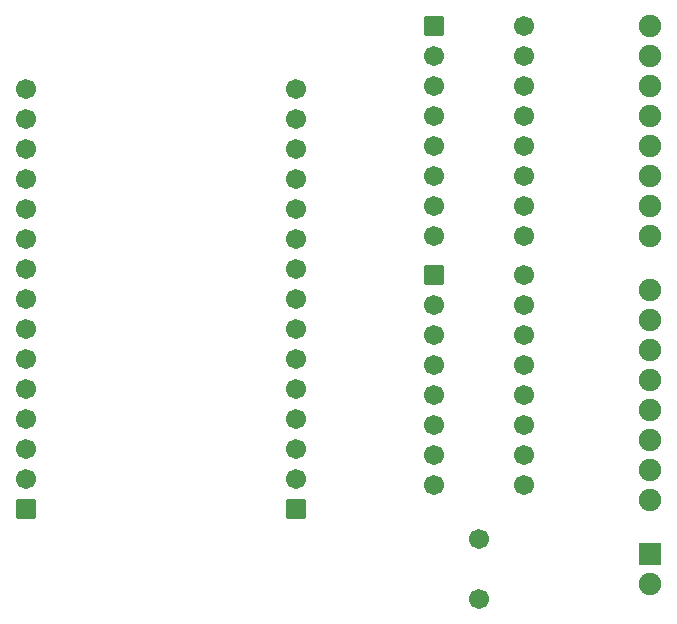
<source format=gts>
G04 Layer: TopSolderMaskLayer*
G04 EasyEDA Pro v2.2.35.2, 2025-01-23 15:21:14*
G04 Gerber Generator version 0.3*
G04 Scale: 100 percent, Rotated: No, Reflected: No*
G04 Dimensions in millimeters*
G04 Leading zeros omitted, absolute positions, 4 integers and 5 decimals*
%FSLAX45Y45*%
%MOMM*%
%AMRoundRect*1,1,$1,$2,$3*1,1,$1,$4,$5*1,1,$1,0-$2,0-$3*1,1,$1,0-$4,0-$5*20,1,$1,$2,$3,$4,$5,0*20,1,$1,$4,$5,0-$2,0-$3,0*20,1,$1,0-$2,0-$3,0-$4,0-$5,0*20,1,$1,0-$4,0-$5,$2,$3,0*4,1,4,$2,$3,$4,$5,0-$2,0-$3,0-$4,0-$5,$2,$3,0*%
%ADD10C,1.7016*%
%ADD11RoundRect,0.09579X-0.7903X-0.8029X-0.7903X0.8029*%
%ADD12RoundRect,0.09588X-0.80286X0.80286X0.80286X0.80286*%
%ADD13C,1.90002*%
%ADD14C,1.9016*%
%ADD15RoundRect,0.09645X0.90257X0.90257X0.90257X-0.90257*%
G75*


G04 Pad Start*
G54D10*
G01X152400Y-660400D03*
G01X152400Y-914400D03*
G01X152400Y-1168400D03*
G01X152400Y-1422400D03*
G01X152400Y-1676400D03*
G01X152400Y-1930400D03*
G01X152400Y-2184400D03*
G01X152400Y-2438400D03*
G01X152400Y-2692400D03*
G01X152400Y-2946400D03*
G01X152400Y-3200400D03*
G01X152400Y-3454400D03*
G01X152400Y-3708400D03*
G01X152400Y-3962400D03*
G54D11*
G01X152400Y-4216400D03*
G54D10*
G01X2438400Y-660400D03*
G01X2438400Y-914400D03*
G01X2438400Y-1168400D03*
G01X2438400Y-1422400D03*
G01X2438400Y-1676400D03*
G01X2438400Y-1930400D03*
G01X2438400Y-2184400D03*
G01X2438400Y-2438400D03*
G01X2438400Y-2692400D03*
G01X2438400Y-2946400D03*
G01X2438400Y-3200400D03*
G01X2438400Y-3454400D03*
G01X2438400Y-3708400D03*
G01X2438400Y-3962400D03*
G54D11*
G01X2438400Y-4216400D03*
G54D10*
G01X4368800Y-127000D03*
G01X4368800Y-381000D03*
G01X4368800Y-635000D03*
G01X4368800Y-889000D03*
G01X4368800Y-1143000D03*
G01X4368800Y-1397000D03*
G01X4368800Y-1651000D03*
G01X4368800Y-1905000D03*
G01X3606800Y-1905000D03*
G01X3606800Y-1651000D03*
G01X3606800Y-1397000D03*
G01X3606800Y-1143000D03*
G01X3606800Y-889000D03*
G01X3606800Y-635000D03*
G01X3606800Y-381000D03*
G54D12*
G01X3606800Y-127000D03*
G54D10*
G01X4368800Y-2235200D03*
G01X4368800Y-2489200D03*
G01X4368800Y-2743200D03*
G01X4368800Y-2997200D03*
G01X4368800Y-3251200D03*
G01X4368800Y-3505200D03*
G01X4368800Y-3759200D03*
G01X4368800Y-4013200D03*
G01X3606800Y-4013200D03*
G01X3606800Y-3759200D03*
G01X3606800Y-3505200D03*
G01X3606800Y-3251200D03*
G01X3606800Y-2997200D03*
G01X3606800Y-2743200D03*
G01X3606800Y-2489200D03*
G54D12*
G01X3606800Y-2235200D03*
G54D13*
G01X5435600Y-1905000D03*
G01X5435600Y-1651000D03*
G01X5435600Y-1397000D03*
G01X5435600Y-1143000D03*
G01X5435600Y-889000D03*
G01X5435600Y-635000D03*
G01X5435600Y-381000D03*
G01X5435600Y-127000D03*
G01X5435600Y-4140200D03*
G01X5435600Y-3886200D03*
G01X5435600Y-3632200D03*
G01X5435600Y-3378200D03*
G01X5435600Y-3124200D03*
G01X5435600Y-2870200D03*
G01X5435600Y-2616200D03*
G01X5435600Y-2362200D03*
G54D14*
G01X5435600Y-4851400D03*
G54D15*
G01X5435600Y-4597400D03*
G54D10*
G01X3987800Y-4978400D03*
G01X3987800Y-4470400D03*
G04 Pad End*

M02*


</source>
